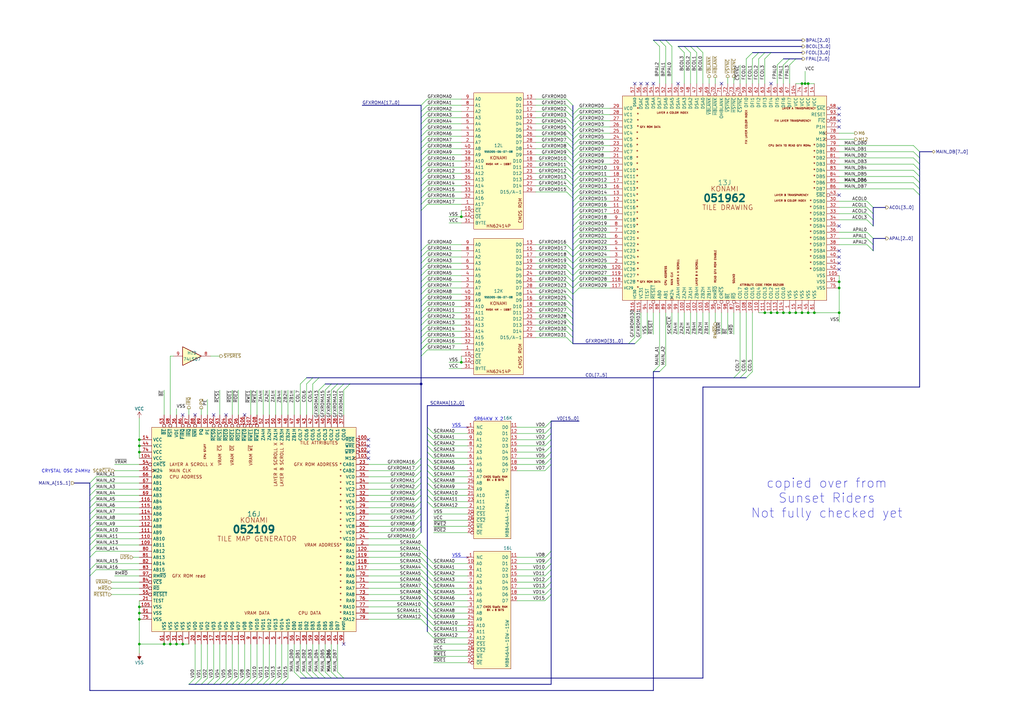
<source format=kicad_sch>
(kicad_sch (version 20231120) (generator "eeschema") (generator_version "8.0")
  (paper "A3")
  (title_block (date "2025-06-21") (company "JOTEGO"))
  (junction (at 331.47 34.29))
  (junction (at 318.77 128.27))
  (junction (at 172.72 157.48))
  (junction (at 57.15 264.16))
  (junction (at 331.47 128.27))
  (junction (at 57.15 254))
  (junction (at 330.2 34.29))
  (junction (at 57.15 182.88))
  (junction (at 57.15 185.42))
  (junction (at 57.15 248.92))
  (junction (at 344.17 128.27))
  (junction (at 189.23 148.59))
  (junction (at 57.15 180.34))
  (junction (at 69.85 264.16))
  (junction (at 344.17 115.57))
  (junction (at 321.31 128.27))
  (junction (at 328.93 128.27))
  (junction (at 334.01 128.27))
  (junction (at 313.69 128.27))
  (junction (at 74.93 264.16))
  (junction (at 328.93 34.29))
  (junction (at 57.15 251.46))
  (junction (at 72.39 264.16))
  (junction (at 316.23 128.27))
  (junction (at 189.23 88.9))
  (junction (at 326.39 128.27))
  (junction (at 344.17 118.11))
  (junction (at 323.85 128.27))
  (junction (at 67.31 264.16))
  (no_connect (at 92.71 170.18))
  (no_connect (at 260.35 34.29))
  (no_connect (at 80.01 170.18))
  (no_connect (at 278.13 34.29))
  (no_connect (at 87.63 170.18))
  (no_connect (at 344.17 46.99))
  (no_connect (at 344.17 44.45))
  (no_connect (at 344.17 80.01))
  (no_connect (at 344.17 52.07))
  (no_connect (at 344.17 102.87))
  (no_connect (at 151.13 182.88))
  (no_connect (at 344.17 105.41))
  (no_connect (at 295.91 34.29))
  (no_connect (at 344.17 110.49))
  (no_connect (at 344.17 49.53))
  (no_connect (at 140.97 264.16))
  (no_connect (at 316.23 34.29))
  (no_connect (at 344.17 107.95))
  (no_connect (at 344.17 92.71))
  (no_connect (at 265.43 34.29))
  (no_connect (at 262.89 34.29))
  (no_connect (at 151.13 180.34))
  (no_connect (at 267.97 34.29))
  (no_connect (at 74.93 170.18))
  (no_connect (at 151.13 185.42))
  (no_connect (at 151.13 187.96))
  (no_connect (at 100.33 170.18))
  (bus_entry (at 128.27 275.59) (size 2.54 2.54))
  (bus_entry (at 226.06 177.8) (size -2.54 2.54))
  (bus_entry (at 358.14 90.17) (size -2.54 -2.54))
  (bus_entry (at 39.37 213.36) (size -2.54 2.54))
  (bus_entry (at 172.72 130.81) (size 2.54 -2.54))
  (bus_entry (at 358.14 87.63) (size -2.54 -2.54))
  (bus_entry (at 232.41 58.42) (size 2.54 2.54))
  (bus_entry (at 226.06 228.6) (size -2.54 2.54))
  (bus_entry (at 177.8 243.84) (size -2.54 -2.54))
  (bus_entry (at 232.41 63.5) (size 2.54 2.54))
  (bus_entry (at 172.72 248.92) (size 2.54 2.54))
  (bus_entry (at 87.63 280.67) (size 2.54 -2.54))
  (bus_entry (at 175.26 140.97) (size -2.54 2.54))
  (bus_entry (at 318.77 26.67) (size 2.54 -2.54))
  (bus_entry (at 177.8 185.42) (size -2.54 -2.54))
  (bus_entry (at 170.18 215.9) (size 2.54 -2.54))
  (bus_entry (at 237.49 46.99) (size -2.54 2.54))
  (bus_entry (at 170.18 193.04) (size 2.54 -2.54))
  (bus_entry (at 177.8 198.12) (size -2.54 -2.54))
  (bus_entry (at 172.72 73.66) (size 2.54 -2.54))
  (bus_entry (at 177.8 256.54) (size -2.54 -2.54))
  (bus_entry (at 135.89 275.59) (size 2.54 2.54))
  (bus_entry (at 177.8 190.5) (size -2.54 -2.54))
  (bus_entry (at 237.49 62.23) (size -2.54 2.54))
  (bus_entry (at 237.49 72.39) (size -2.54 2.54))
  (bus_entry (at 232.41 138.43) (size 2.54 2.54))
  (bus_entry (at 175.26 125.73) (size -2.54 2.54))
  (bus_entry (at 237.49 69.85) (size -2.54 2.54))
  (bus_entry (at 226.06 190.5) (size -2.54 2.54))
  (bus_entry (at 175.26 81.28) (size -2.54 2.54))
  (bus_entry (at 306.07 152.4) (size -2.54 2.54))
  (bus_entry (at 232.41 45.72) (size 2.54 2.54))
  (bus_entry (at 226.06 226.06) (size -2.54 2.54))
  (bus_entry (at 177.8 208.28) (size -2.54 -2.54))
  (bus_entry (at 172.72 223.52) (size 2.54 2.54))
  (bus_entry (at 39.37 208.28) (size -2.54 2.54))
  (bus_entry (at 105.41 280.67) (size 2.54 -2.54))
  (bus_entry (at 177.8 187.96) (size -2.54 -2.54))
  (bus_entry (at 39.37 231.14) (size -2.54 2.54))
  (bus_entry (at 283.21 21.59) (size -2.54 -2.54))
  (bus_entry (at 39.37 223.52) (size -2.54 2.54))
  (bus_entry (at 175.26 110.49) (size -2.54 2.54))
  (bus_entry (at 170.18 203.2) (size 2.54 -2.54))
  (bus_entry (at 177.8 241.3) (size -2.54 -2.54))
  (bus_entry (at 321.31 26.67) (size 2.54 -2.54))
  (bus_entry (at 177.8 180.34) (size -2.54 -2.54))
  (bus_entry (at 107.95 280.67) (size 2.54 -2.54))
  (bus_entry (at 232.41 60.96) (size 2.54 2.54))
  (bus_entry (at 374.65 74.93) (size 2.54 2.54))
  (bus_entry (at 358.14 102.87) (size -2.54 -2.54))
  (bus_entry (at 135.89 160.02) (size 2.54 -2.54))
  (bus_entry (at 170.18 190.5) (size 2.54 -2.54))
  (bus_entry (at 39.37 226.06) (size -2.54 2.54))
  (bus_entry (at 237.49 105.41) (size -2.54 2.54))
  (bus_entry (at 237.49 118.11) (size -2.54 2.54))
  (bus_entry (at 172.72 236.22) (size 2.54 2.54))
  (bus_entry (at 311.15 24.13) (size 2.54 -2.54))
  (bus_entry (at 177.8 246.38) (size -2.54 -2.54))
  (bus_entry (at 175.26 105.41) (size -2.54 2.54))
  (bus_entry (at 285.75 21.59) (size -2.54 -2.54))
  (bus_entry (at 177.8 261.62) (size -2.54 -2.54))
  (bus_entry (at 177.8 248.92) (size -2.54 -2.54))
  (bus_entry (at 177.8 193.04) (size -2.54 -2.54))
  (bus_entry (at 175.26 48.26) (size -2.54 2.54))
  (bus_entry (at 170.18 208.28) (size 2.54 -2.54))
  (bus_entry (at 232.41 110.49) (size 2.54 2.54))
  (bus_entry (at 172.72 241.3) (size 2.54 2.54))
  (bus_entry (at 172.72 228.6) (size 2.54 2.54))
  (bus_entry (at 125.73 154.94) (size -2.54 2.54))
  (bus_entry (at 39.37 218.44) (size -2.54 2.54))
  (bus_entry (at 374.65 77.47) (size 2.54 2.54))
  (bus_entry (at 177.8 251.46) (size -2.54 -2.54))
  (bus_entry (at 85.09 280.67) (size 2.54 -2.54))
  (bus_entry (at 232.41 55.88) (size 2.54 2.54))
  (bus_entry (at 92.71 280.67) (size 2.54 -2.54))
  (bus_entry (at 102.87 280.67) (size 2.54 -2.54))
  (bus_entry (at 306.07 24.13) (size 2.54 -2.54))
  (bus_entry (at 374.65 72.39) (size 2.54 2.54))
  (bus_entry (at 374.65 62.23) (size 2.54 2.54))
  (bus_entry (at 175.26 83.82) (size -2.54 2.54))
  (bus_entry (at 175.26 60.96) (size -2.54 2.54))
  (bus_entry (at 232.41 66.04) (size 2.54 2.54))
  (bus_entry (at 177.8 236.22) (size -2.54 -2.54))
  (bus_entry (at 374.65 64.77) (size 2.54 2.54))
  (bus_entry (at 232.41 71.12) (size 2.54 2.54))
  (bus_entry (at 172.72 78.74) (size 2.54 -2.54))
  (bus_entry (at 172.72 246.38) (size 2.54 2.54))
  (bus_entry (at 175.26 100.33) (size -2.54 2.54))
  (bus_entry (at 237.49 95.25) (size -2.54 2.54))
  (bus_entry (at 232.41 53.34) (size 2.54 2.54))
  (bus_entry (at 172.72 133.35) (size 2.54 -2.54))
  (bus_entry (at 226.06 182.88) (size -2.54 2.54))
  (bus_entry (at 172.72 138.43) (size 2.54 -2.54))
  (bus_entry (at 308.61 24.13) (size 2.54 -2.54))
  (bus_entry (at 270.51 152.4) (size 2.54 -2.54))
  (bus_entry (at 374.65 67.31) (size 2.54 2.54))
  (bus_entry (at 175.26 143.51) (size -2.54 2.54))
  (bus_entry (at 358.14 100.33) (size -2.54 -2.54))
  (bus_entry (at 39.37 215.9) (size -2.54 2.54))
  (bus_entry (at 175.26 58.42) (size -2.54 2.54))
  (bus_entry (at 237.49 107.95) (size -2.54 2.54))
  (bus_entry (at 172.72 226.06) (size 2.54 2.54))
  (bus_entry (at 237.49 102.87) (size -2.54 2.54))
  (bus_entry (at 170.18 213.36) (size 2.54 -2.54))
  (bus_entry (at 237.49 100.33) (size -2.54 2.54))
  (bus_entry (at 100.33 280.67) (size 2.54 -2.54))
  (bus_entry (at 177.8 177.8) (size -2.54 -2.54))
  (bus_entry (at 270.51 19.05) (size -2.54 -2.54))
  (bus_entry (at 175.26 102.87) (size -2.54 2.54))
  (bus_entry (at 39.37 233.68) (size -2.54 2.54))
  (bus_entry (at 275.59 19.05) (size -2.54 -2.54))
  (bus_entry (at 39.37 195.58) (size -2.54 2.54))
  (bus_entry (at 177.8 231.14) (size -2.54 -2.54))
  (bus_entry (at 280.67 21.59) (size -2.54 -2.54))
  (bus_entry (at 232.41 40.64) (size 2.54 2.54))
  (bus_entry (at 237.49 59.69) (size -2.54 2.54))
  (bus_entry (at 232.41 107.95) (size 2.54 2.54))
  (bus_entry (at 237.49 67.31) (size -2.54 2.54))
  (bus_entry (at 308.61 152.4) (size -2.54 2.54))
  (bus_entry (at 172.72 231.14) (size 2.54 2.54))
  (bus_entry (at 226.06 172.72) (size -2.54 2.54))
  (bus_entry (at 237.49 74.93) (size -2.54 2.54))
  (bus_entry (at 175.26 55.88) (size -2.54 2.54))
  (bus_entry (at 95.25 280.67) (size 2.54 -2.54))
  (bus_entry (at 237.49 90.17) (size -2.54 2.54))
  (bus_entry (at 323.85 26.67) (size 2.54 -2.54))
  (bus_entry (at 177.8 200.66) (size -2.54 -2.54))
  (bus_entry (at 226.06 180.34) (size -2.54 2.54))
  (bus_entry (at 226.06 241.3) (size -2.54 2.54))
  (bus_entry (at 232.41 100.33) (size 2.54 2.54))
  (bus_entry (at 226.06 231.14) (size -2.54 2.54))
  (bus_entry (at 177.8 195.58) (size -2.54 -2.54))
  (bus_entry (at 175.26 66.04) (size -2.54 2.54))
  (bus_entry (at 175.26 50.8) (size -2.54 2.54))
  (bus_entry (at 170.18 198.12) (size 2.54 -2.54))
  (bus_entry (at 177.8 205.74) (size -2.54 -2.54))
  (bus_entry (at 232.41 130.81) (size 2.54 2.54))
  (bus_entry (at 39.37 200.66) (size -2.54 2.54))
  (bus_entry (at 39.37 210.82) (size -2.54 2.54))
  (bus_entry (at 358.14 97.79) (size -2.54 -2.54))
  (bus_entry (at 177.8 203.2) (size -2.54 -2.54))
  (bus_entry (at 226.06 236.22) (size -2.54 2.54))
  (bus_entry (at 123.19 275.59) (size 2.54 2.54))
  (bus_entry (at 232.41 128.27) (size 2.54 2.54))
  (bus_entry (at 90.17 280.67) (size 2.54 -2.54))
  (bus_entry (at 77.47 280.67) (size 2.54 -2.54))
  (bus_entry (at 135.89 157.48) (size -2.54 2.54))
  (bus_entry (at 175.26 115.57) (size -2.54 2.54))
  (bus_entry (at 138.43 275.59) (size 2.54 2.54))
  (bus_entry (at 232.41 133.35) (size 2.54 2.54))
  (bus_entry (at 170.18 220.98) (size 2.54 -2.54))
  (bus_entry (at 237.49 87.63) (size -2.54 2.54))
  (bus_entry (at 177.8 233.68) (size -2.54 -2.54))
  (bus_entry (at 110.49 280.67) (size 2.54 -2.54))
  (bus_entry (at 39.37 198.12) (size -2.54 2.54))
  (bus_entry (at 175.26 120.65) (size -2.54 2.54))
  (bus_entry (at 232.41 120.65) (size 2.54 2.54))
  (bus_entry (at 170.18 200.66) (size 2.54 -2.54))
  (bus_entry (at 237.49 110.49) (size -2.54 2.54))
  (bus_entry (at 97.79 280.67) (size 2.54 -2.54))
  (bus_entry (at 172.72 243.84) (size 2.54 2.54))
  (bus_entry (at 170.18 195.58) (size 2.54 -2.54))
  (bus_entry (at 39.37 205.74) (size -2.54 2.54))
  (bus_entry (at 237.49 49.53) (size -2.54 2.54))
  (bus_entry (at 172.72 251.46) (size 2.54 2.54))
  (bus_entry (at 226.06 185.42) (size -2.54 2.54))
  (bus_entry (at 232.41 123.19) (size 2.54 2.54))
  (bus_entry (at 237.49 64.77) (size -2.54 2.54))
  (bus_entry (at 175.26 40.64) (size -2.54 2.54))
  (bus_entry (at 232.41 125.73) (size 2.54 2.54))
  (bus_entry (at 232.41 113.03) (size 2.54 2.54))
  (bus_entry (at 143.51 157.48) (size -2.54 2.54))
  (bus_entry (at 172.72 143.51) (size 2.54 -2.54))
  (bus_entry (at 133.35 157.48) (size -2.54 2.54))
  (bus_entry (at 300.99 154.94) (size 2.54 -2.54))
  (bus_entry (at 172.72 140.97) (size 2.54 -2.54))
  (bus_entry (at 172.72 238.76) (size 2.54 2.54))
  (bus_entry (at 232.41 135.89) (size 2.54 2.54))
  (bus_entry (at 113.03 280.67) (size 2.54 -2.54))
  (bus_entry (at 120.65 275.59) (size 2.54 2.54))
  (bus_entry (at 170.18 218.44) (size 2.54 -2.54))
  (bus_entry (at 232.41 73.66) (size 2.54 2.54))
  (bus_entry (at 260.35 138.43) (size -2.54 2.54))
  (bus_entry (at 237.49 57.15) (size -2.54 2.54))
  (bus_entry (at 226.06 233.68) (size -2.54 2.54))
  (bus_entry (at 133.35 275.59) (size 2.54 2.54))
  (bus_entry (at 237.49 113.03) (size -2.54 2.54))
  (bus_entry (at 175.26 123.19) (size -2.54 2.54))
  (bus_entry (at 237.49 77.47) (size -2.54 2.54))
  (bus_entry (at 170.18 210.82) (size 2.54 -2.54))
  (bus_entry (at 237.49 52.07) (size -2.54 2.54))
  (bus_entry (at 237.49 85.09) (size -2.54 2.54))
  (bus_entry (at 125.73 275.59) (size 2.54 2.54))
  (bus_entry (at 130.81 154.94) (size -2.54 2.54))
  (bus_entry (at 237.49 82.55) (size -2.54 2.54))
  (bus_entry (at 177.8 259.08) (size -2.54 -2.54))
  (bus_entry (at 232.41 102.87) (size 2.54 2.54))
  (bus_entry (at 237.49 54.61) (size -2.54 2.54))
  (bus_entry (at 226.06 187.96) (size -2.54 2.54))
  (bus_entry (at 232.41 43.18) (size 2.54 2.54))
  (bus_entry (at 232.41 115.57) (size 2.54 2.54))
  (bus_entry (at 237.49 44.45) (size -2.54 2.54))
  (bus_entry (at 172.72 233.68) (size 2.54 2.54))
  (bus_entry (at 172.72 81.28) (size 2.54 -2.54))
  (bus_entry (at 237.49 92.71) (size -2.54 2.54))
  (bus_entry (at 177.8 254) (size -2.54 -2.54))
  (bus_entry (at 232.41 48.26) (size 2.54 2.54))
  (bus_entry (at 138.43 160.02) (size 2.54 -2.54))
  (bus_entry (at 273.05 19.05) (size -2.54 -2.54))
  (bus_entry (at 130.81 275.59) (size 2.54 2.54))
  (bus_entry (at 175.26 43.18) (size -2.54 2.54))
  (bus_entry (at 237.49 80.01) (size -2.54 2.54))
  (bus_entry (at 82.55 280.67) (size 2.54 -2.54))
  (bus_entry (at 172.72 254) (size 2.54 2.54))
  (bus_entry (at 175.26 107.95) (size -2.54 2.54))
  (bus_entry (at 232.41 68.58) (size 2.54 2.54))
  (bus_entry (at 175.26 113.03) (size -2.54 2.54))
  (bus_entry (at 177.8 182.88) (size -2.54 -2.54))
  (bus_entry (at 177.8 238.76) (size -2.54 -2.54))
  (bus_entry (at 39.37 220.98) (size -2.54 2.54))
  (bus_entry (at 358.14 92.71) (size -2.54 -2.54))
  (bus_entry (at 115.57 280.67) (size 2.54 -2.54))
  (bus_entry (at 175.26 53.34) (size -2.54 2.54))
  (bus_entry (at 232.41 76.2) (size 2.54 2.54))
  (bus_entry (at 226.06 238.76) (size -2.54 2.54))
  (bus_entry (at 172.72 135.89) (size 2.54 -2.54))
  (bus_entry (at 313.69 24.13) (size 2.54 -2.54))
  (bus_entry (at 80.01 280.67) (size 2.54 -2.54))
  (bus_entry (at 175.26 118.11) (size -2.54 2.54))
  (bus_entry (at 175.26 45.72) (size -2.54 2.54))
  (bus_entry (at 172.72 76.2) (size 2.54 -2.54))
  (bus_entry (at 232.41 118.11) (size 2.54 2.54))
  (bus_entry (at 262.89 138.43) (size -2.54 2.54))
  (bus_entry (at 288.29 21.59) (size -2.54 -2.54))
  (bus_entry (at 267.97 152.4) (size 2.54 -2.54))
  (bus_entry (at 237.49 97.79) (size -2.54 2.54))
  (bus_entry (at 226.06 175.26) (size -2.54 2.54))
  (bus_entry (at 358.14 85.09) (size -2.54 -2.54))
  (bus_entry (at 237.49 115.57) (size -2.54 2.54))
  (bus_entry (at 172.72 71.12) (size 2.54 -2.54))
  (bus_entry (at 374.65 69.85) (size 2.54 2.54))
  (bus_entry (at 39.37 203.2) (size -2.54 2.54))
  (bus_entry (at 226.06 243.84) (size -2.54 2.54))
  (bus_entry (at 175.26 63.5) (size -2.54 2.54))
  (bus_entry (at 232.41 78.74) (size 2.54 2.54))
  (bus_entry (at 232.41 105.41) (size 2.54 2.54))
  (bus_entry (at 232.41 50.8) (size 2.54 2.54))
  (bus_entry (at 128.27 154.94) (size -2.54 2.54))
  (bus_entry (at 170.18 205.74) (size 2.54 -2.54))
  (bus_entry (at 374.65 59.69) (size 2.54 2.54))
  (wire (pts (xy 175.26 128.27) (xy 189.23 128.27)))
  (bus (pts (xy 172.72 68.58) (xy 172.72 71.12)))
  (bus (pts (xy 234.95 110.49) (xy 234.95 113.03)))
  (bus (pts (xy 172.72 215.9) (xy 172.72 218.44)))
  (wire (pts (xy 219.71 53.34) (xy 232.41 53.34)))
  (wire (pts (xy 107.95 264.16) (xy 107.95 278.13)))
  (wire (pts (xy 177.8 177.8) (xy 191.77 177.8)))
  (wire (pts (xy 177.8 241.3) (xy 191.77 241.3)))
  (wire (pts (xy 328.93 34.29) (xy 330.2 34.29)))
  (wire (pts (xy 72.39 264.16) (xy 69.85 264.16)))
  (bus (pts (xy 175.26 238.76) (xy 175.26 241.3)))
  (wire (pts (xy 250.19 64.77) (xy 237.49 64.77)))
  (wire (pts (xy 92.71 264.16) (xy 92.71 278.13)))
  (wire (pts (xy 100.33 264.16) (xy 100.33 278.13)))
  (wire (pts (xy 39.37 198.12) (xy 57.15 198.12)))
  (wire (pts (xy 115.57 264.16) (xy 115.57 278.13)))
  (bus (pts (xy 175.26 233.68) (xy 175.26 236.22)))
  (bus (pts (xy 175.26 200.66) (xy 175.26 203.2)))
  (wire (pts (xy 175.26 107.95) (xy 189.23 107.95)))
  (wire (pts (xy 219.71 73.66) (xy 232.41 73.66)))
  (wire (pts (xy 212.09 231.14) (xy 223.52 231.14)))
  (bus (pts (xy 172.72 53.34) (xy 172.72 55.88)))
  (wire (pts (xy 67.31 264.16) (xy 57.15 264.16)))
  (bus (pts (xy 172.72 50.8) (xy 172.72 53.34)))
  (wire (pts (xy 128.27 157.48) (xy 128.27 170.18)))
  (wire (pts (xy 175.26 83.82) (xy 189.23 83.82)))
  (bus (pts (xy 80.01 280.67) (xy 82.55 280.67)))
  (wire (pts (xy 175.26 123.19) (xy 189.23 123.19)))
  (bus (pts (xy 175.26 243.84) (xy 175.26 246.38)))
  (wire (pts (xy 184.15 151.13) (xy 189.23 151.13)))
  (bus (pts (xy 234.95 73.66) (xy 234.95 74.93)))
  (bus (pts (xy 234.95 76.2) (xy 234.95 77.47)))
  (wire (pts (xy 46.99 236.22) (xy 57.15 236.22)))
  (bus (pts (xy 36.83 220.98) (xy 36.83 218.44)))
  (bus (pts (xy 172.72 205.74) (xy 172.72 208.28)))
  (wire (pts (xy 250.19 74.93) (xy 237.49 74.93)))
  (wire (pts (xy 262.89 128.27) (xy 262.89 138.43)))
  (wire (pts (xy 39.37 200.66) (xy 57.15 200.66)))
  (wire (pts (xy 350.52 54.61) (xy 344.17 54.61)))
  (wire (pts (xy 219.71 66.04) (xy 232.41 66.04)))
  (wire (pts (xy 290.83 34.29) (xy 290.83 31.75)))
  (bus (pts (xy 172.72 63.5) (xy 172.72 66.04)))
  (wire (pts (xy 151.13 236.22) (xy 172.72 236.22)))
  (wire (pts (xy 275.59 128.27) (xy 275.59 137.16)))
  (wire (pts (xy 175.26 110.49) (xy 189.23 110.49)))
  (bus (pts (xy 115.57 280.67) (xy 226.06 280.67)))
  (wire (pts (xy 177.8 213.36) (xy 191.77 213.36)))
  (wire (pts (xy 105.41 170.18) (xy 105.41 160.02)))
  (bus (pts (xy 172.72 118.11) (xy 172.72 120.65)))
  (bus (pts (xy 234.95 81.28) (xy 234.95 82.55)))
  (bus (pts (xy 175.26 254) (xy 175.26 256.54)))
  (wire (pts (xy 151.13 210.82) (xy 170.18 210.82)))
  (wire (pts (xy 250.19 67.31) (xy 237.49 67.31)))
  (wire (pts (xy 250.19 87.63) (xy 237.49 87.63)))
  (wire (pts (xy 71.12 146.05) (xy 69.85 146.05)))
  (wire (pts (xy 175.26 120.65) (xy 189.23 120.65)))
  (wire (pts (xy 151.13 208.28) (xy 170.18 208.28)))
  (bus (pts (xy 226.06 228.6) (xy 226.06 231.14)))
  (wire (pts (xy 212.09 187.96) (xy 223.52 187.96)))
  (polyline (pts (xy 185.42 175.26) (xy 191.77 175.26)) (stroke (width 0) (type solid)))
  (wire (pts (xy 334.01 128.27) (xy 331.47 128.27)))
  (wire (pts (xy 123.19 157.48) (xy 123.19 170.18)))
  (bus (pts (xy 311.15 21.59) (xy 313.69 21.59)))
  (bus (pts (xy 283.21 19.05) (xy 285.75 19.05)))
  (bus (pts (xy 172.72 138.43) (xy 172.72 140.97)))
  (wire (pts (xy 250.19 113.03) (xy 237.49 113.03)))
  (bus (pts (xy 36.83 228.6) (xy 36.83 226.06)))
  (wire (pts (xy 326.39 34.29) (xy 328.93 34.29)))
  (wire (pts (xy 39.37 223.52) (xy 57.15 223.52)))
  (bus (pts (xy 140.97 157.48) (xy 143.51 157.48)))
  (wire (pts (xy 177.8 266.7) (xy 191.77 266.7)))
  (bus (pts (xy 323.85 24.13) (xy 326.39 24.13)))
  (wire (pts (xy 175.26 135.89) (xy 189.23 135.89)))
  (wire (pts (xy 250.19 118.11) (xy 237.49 118.11)))
  (wire (pts (xy 39.37 226.06) (xy 57.15 226.06)))
  (bus (pts (xy 36.83 208.28) (xy 36.83 205.74)))
  (bus (pts (xy 234.95 68.58) (xy 234.95 69.85)))
  (wire (pts (xy 212.09 228.6) (xy 223.52 228.6)))
  (wire (pts (xy 270.51 34.29) (xy 270.51 19.05)))
  (wire (pts (xy 128.27 264.16) (xy 128.27 275.59)))
  (wire (pts (xy 212.09 238.76) (xy 223.52 238.76)))
  (wire (pts (xy 288.29 34.29) (xy 288.29 21.59)))
  (wire (pts (xy 118.11 264.16) (xy 118.11 278.13)))
  (bus (pts (xy 234.95 138.43) (xy 234.95 140.97)))
  (wire (pts (xy 250.19 69.85) (xy 237.49 69.85)))
  (bus (pts (xy 226.06 185.42) (xy 226.06 187.96)))
  (wire (pts (xy 57.15 248.92) (xy 57.15 251.46)))
  (bus (pts (xy 234.95 45.72) (xy 234.95 46.99)))
  (wire (pts (xy 344.17 69.85) (xy 374.65 69.85)))
  (bus (pts (xy 377.19 74.93) (xy 377.19 77.47)))
  (bus (pts (xy 377.19 64.77) (xy 377.19 67.31)))
  (wire (pts (xy 311.15 24.13) (xy 311.15 34.29)))
  (bus (pts (xy 175.26 180.34) (xy 175.26 182.88)))
  (wire (pts (xy 39.37 233.68) (xy 57.15 233.68)))
  (bus (pts (xy 226.06 182.88) (xy 226.06 185.42)))
  (wire (pts (xy 80.01 264.16) (xy 80.01 278.13)))
  (wire (pts (xy 138.43 160.02) (xy 138.43 170.18)))
  (bus (pts (xy 234.95 59.69) (xy 234.95 60.96)))
  (bus (pts (xy 234.95 72.39) (xy 234.95 73.66)))
  (wire (pts (xy 138.43 264.16) (xy 138.43 275.59)))
  (wire (pts (xy 135.89 264.16) (xy 135.89 275.59)))
  (wire (pts (xy 175.26 140.97) (xy 189.23 140.97)))
  (wire (pts (xy 113.03 264.16) (xy 113.03 278.13)))
  (wire (pts (xy 280.67 128.27) (xy 280.67 137.16)))
  (bus (pts (xy 175.26 248.92) (xy 175.26 251.46)))
  (wire (pts (xy 184.15 91.44) (xy 189.23 91.44)))
  (bus (pts (xy 130.81 278.13) (xy 133.35 278.13)))
  (wire (pts (xy 177.8 251.46) (xy 191.77 251.46)))
  (bus (pts (xy 363.22 97.79) (xy 358.14 97.79)))
  (wire (pts (xy 212.09 243.84) (xy 223.52 243.84)))
  (bus (pts (xy 257.81 140.97) (xy 260.35 140.97)))
  (bus (pts (xy 77.47 280.67) (xy 80.01 280.67)))
  (bus (pts (xy 125.73 278.13) (xy 128.27 278.13)))
  (wire (pts (xy 175.26 76.2) (xy 189.23 76.2)))
  (bus (pts (xy 172.72 110.49) (xy 172.72 113.03)))
  (wire (pts (xy 250.19 95.25) (xy 237.49 95.25)))
  (bus (pts (xy 175.26 187.96) (xy 175.26 190.5)))
  (wire (pts (xy 212.09 182.88) (xy 223.52 182.88)))
  (wire (pts (xy 57.15 180.34) (xy 57.15 182.88)))
  (bus (pts (xy 95.25 280.67) (xy 97.79 280.67)))
  (bus (pts (xy 234.95 78.74) (xy 234.95 80.01)))
  (wire (pts (xy 250.19 100.33) (xy 237.49 100.33)))
  (wire (pts (xy 177.8 210.82) (xy 191.77 210.82)))
  (bus (pts (xy 234.95 87.63) (xy 234.95 90.17)))
  (wire (pts (xy 151.13 215.9) (xy 170.18 215.9)))
  (wire (pts (xy 57.15 193.04) (xy 46.99 193.04)))
  (wire (pts (xy 57.15 264.16) (xy 57.15 267.97)))
  (bus (pts (xy 234.95 60.96) (xy 234.95 62.23)))
  (wire (pts (xy 250.19 54.61) (xy 237.49 54.61)))
  (wire (pts (xy 223.52 246.38) (xy 212.09 246.38)))
  (bus (pts (xy 172.72 210.82) (xy 172.72 213.36)))
  (wire (pts (xy 298.45 31.75) (xy 298.45 34.29)))
  (bus (pts (xy 175.26 205.74) (xy 175.26 226.06)))
  (wire (pts (xy 250.19 72.39) (xy 237.49 72.39)))
  (bus (pts (xy 175.26 182.88) (xy 175.26 185.42)))
  (bus (pts (xy 316.23 21.59) (xy 328.93 21.59)))
  (bus (pts (xy 175.26 241.3) (xy 175.26 243.84)))
  (bus (pts (xy 234.95 92.71) (xy 234.95 95.25)))
  (wire (pts (xy 39.37 210.82) (xy 57.15 210.82)))
  (bus (pts (xy 172.72 120.65) (xy 172.72 123.19)))
  (bus (pts (xy 234.95 52.07) (xy 234.95 53.34)))
  (wire (pts (xy 97.79 264.16) (xy 97.79 278.13)))
  (bus (pts (xy 226.06 172.72) (xy 237.49 172.72)))
  (wire (pts (xy 74.93 264.16) (xy 72.39 264.16)))
  (bus (pts (xy 234.95 64.77) (xy 234.95 66.04)))
  (bus (pts (xy 358.14 100.33) (xy 358.14 102.87)))
  (bus (pts (xy 172.72 86.36) (xy 172.72 102.87)))
  (wire (pts (xy 331.47 34.29) (xy 334.01 34.29)))
  (bus (pts (xy 138.43 157.48) (xy 140.97 157.48)))
  (bus (pts (xy 97.79 280.67) (xy 100.33 280.67)))
  (bus (pts (xy 285.75 19.05) (xy 328.93 19.05)))
  (wire (pts (xy 344.17 128.27) (xy 334.01 128.27)))
  (wire (pts (xy 57.15 251.46) (xy 57.15 254)))
  (wire (pts (xy 219.71 130.81) (xy 232.41 130.81)))
  (wire (pts (xy 250.19 46.99) (xy 237.49 46.99)))
  (bus (pts (xy 234.95 49.53) (xy 234.95 50.8)))
  (bus (pts (xy 172.72 135.89) (xy 172.72 138.43)))
  (wire (pts (xy 219.71 115.57) (xy 232.41 115.57)))
  (bus (pts (xy 377.19 77.47) (xy 377.19 80.01)))
  (wire (pts (xy 219.71 68.58) (xy 232.41 68.58)))
  (bus (pts (xy 87.63 280.67) (xy 90.17 280.67)))
  (bus (pts (xy 175.26 175.26) (xy 175.26 177.8)))
  (bus (pts (xy 226.06 231.14) (xy 226.06 233.68)))
  (bus (pts (xy 113.03 280.67) (xy 115.57 280.67)))
  (bus (pts (xy 175.26 177.8) (xy 175.26 180.34)))
  (bus (pts (xy 288.29 278.13) (xy 140.97 278.13)))
  (bus (pts (xy 172.72 203.2) (xy 172.72 205.74)))
  (bus (pts (xy 175.26 228.6) (xy 175.26 231.14)))
  (bus (pts (xy 36.83 226.06) (xy 36.83 223.52)))
  (wire (pts (xy 344.17 72.39) (xy 374.65 72.39)))
  (wire (pts (xy 177.8 195.58) (xy 191.77 195.58)))
  (wire (pts (xy 151.13 198.12) (xy 170.18 198.12)))
  (wire (pts (xy 90.17 264.16) (xy 90.17 278.13)))
  (bus (pts (xy 30.48 198.12) (xy 36.83 198.12)))
  (bus (pts (xy 135.89 157.48) (xy 138.43 157.48)))
  (wire (pts (xy 57.15 185.42) (xy 57.15 187.96)))
  (bus (pts (xy 172.72 105.41) (xy 172.72 107.95)))
  (wire (pts (xy 102.87 170.18) (xy 102.87 160.02)))
  (wire (pts (xy 151.13 254) (xy 172.72 254)))
  (wire (pts (xy 330.2 34.29) (xy 331.47 34.29)))
  (wire (pts (xy 250.19 59.69) (xy 237.49 59.69)))
  (bus (pts (xy 234.95 80.01) (xy 234.95 81.28)))
  (wire (pts (xy 250.19 90.17) (xy 237.49 90.17)))
  (wire (pts (xy 250.19 102.87) (xy 237.49 102.87)))
  (bus (pts (xy 234.95 105.41) (xy 234.95 107.95)))
  (wire (pts (xy 177.8 215.9) (xy 191.77 215.9)))
  (wire (pts (xy 212.09 233.68) (xy 223.52 233.68)))
  (wire (pts (xy 175.26 66.04) (xy 189.23 66.04)))
  (wire (pts (xy 219.71 78.74) (xy 232.41 78.74)))
  (bus (pts (xy 234.95 130.81) (xy 234.95 133.35)))
  (bus (pts (xy 90.17 280.67) (xy 92.71 280.67)))
  (bus (pts (xy 234.95 62.23) (xy 234.95 63.5)))
  (wire (pts (xy 177.8 259.08) (xy 191.77 259.08)))
  (wire (pts (xy 219.71 58.42) (xy 232.41 58.42)))
  (bus (pts (xy 377.19 72.39) (xy 377.19 74.93)))
  (bus (pts (xy 107.95 280.67) (xy 110.49 280.67)))
  (wire (pts (xy 57.15 254) (xy 57.15 264.16)))
  (wire (pts (xy 177.8 261.62) (xy 191.77 261.62)))
  (wire (pts (xy 283.21 34.29) (xy 283.21 21.59)))
  (wire (pts (xy 212.09 185.42) (xy 223.52 185.42)))
  (wire (pts (xy 344.17 74.93) (xy 374.65 74.93)))
  (wire (pts (xy 151.13 205.74) (xy 170.18 205.74)))
  (wire (pts (xy 250.19 49.53) (xy 237.49 49.53)))
  (bus (pts (xy 226.06 241.3) (xy 226.06 243.84)))
  (wire (pts (xy 177.8 264.16) (xy 191.77 264.16)))
  (wire (pts (xy 250.19 52.07) (xy 237.49 52.07)))
  (wire (pts (xy 344.17 95.25) (xy 355.6 95.25)))
  (wire (pts (xy 344.17 59.69) (xy 374.65 59.69)))
  (wire (pts (xy 313.69 128.27) (xy 316.23 128.27)))
  (wire (pts (xy 97.79 160.02) (xy 97.79 170.18)))
  (wire (pts (xy 219.71 113.03) (xy 232.41 113.03)))
  (bus (pts (xy 172.72 76.2) (xy 172.72 78.74)))
  (wire (pts (xy 250.19 92.71) (xy 237.49 92.71)))
  (wire (pts (xy 189.23 146.05) (xy 189.23 148.59)))
  (bus (pts (xy 143.51 157.48) (xy 172.72 157.48)))
  (wire (pts (xy 308.61 128.27) (xy 308.61 152.4)))
  (wire (pts (xy 45.72 241.3) (xy 57.15 241.3)))
  (wire (pts (xy 175.26 50.8) (xy 189.23 50.8)))
  (wire (pts (xy 175.26 133.35) (xy 189.23 133.35)))
  (wire (pts (xy 177.8 208.28) (xy 191.77 208.28)))
  (wire (pts (xy 275.59 34.29) (xy 275.59 19.05)))
  (wire (pts (xy 151.13 228.6) (xy 172.72 228.6)))
  (bus (pts (xy 267.97 283.21) (xy 267.97 152.4)))
  (wire (pts (xy 278.13 128.27) (xy 278.13 137.16)))
  (bus (pts (xy 130.81 154.94) (xy 300.99 154.94)))
  (wire (pts (xy 344.17 67.31) (xy 374.65 67.31)))
  (wire (pts (xy 212.09 177.8) (xy 223.52 177.8)))
  (bus (pts (xy 36.83 200.66) (xy 36.83 198.12)))
  (wire (pts (xy 175.26 55.88) (xy 189.23 55.88)))
  (wire (pts (xy 219.71 133.35) (xy 232.41 133.35)))
  (bus (pts (xy 175.26 251.46) (xy 175.26 254)))
  (wire (pts (xy 177.8 269.24) (xy 191.77 269.24)))
  (bus (pts (xy 234.95 48.26) (xy 234.95 49.53)))
  (wire (pts (xy 175.26 45.72) (xy 189.23 45.72)))
  (bus (pts (xy 36.83 236.22) (xy 36.83 233.68)))
  (wire (pts (xy 67.31 160.02) (xy 67.31 170.18)))
  (wire (pts (xy 72.39 167.64) (xy 72.39 170.18)))
  (wire (pts (xy 219.71 60.96) (xy 232.41 60.96)))
  (bus (pts (xy 172.72 213.36) (xy 172.72 215.9)))
  (wire (pts (xy 102.87 264.16) (xy 102.87 278.13)))
  (bus (pts (xy 172.72 208.28) (xy 172.72 210.82)))
  (wire (pts (xy 311.15 128.27) (xy 313.69 128.27)))
  (wire (pts (xy 250.19 85.09) (xy 237.49 85.09)))
  (bus (pts (xy 234.95 90.17) (xy 234.95 92.71)))
  (wire (pts (xy 151.13 213.36) (xy 170.18 213.36)))
  (wire (pts (xy 219.71 45.72) (xy 232.41 45.72)))
  (wire (pts (xy 69.85 146.05) (xy 69.85 170.18)))
  (wire (pts (xy 344.17 64.77) (xy 374.65 64.77)))
  (wire (pts (xy 177.8 198.12) (xy 191.77 198.12)))
  (bus (pts (xy 128.27 278.13) (xy 130.81 278.13)))
  (bus (pts (xy 234.95 107.95) (xy 234.95 110.49)))
  (bus (pts (xy 36.83 236.22) (xy 36.83 283.21)))
  (wire (pts (xy 175.26 73.66) (xy 189.23 73.66)))
  (bus (pts (xy 172.72 187.96) (xy 172.72 190.5)))
  (bus (pts (xy 226.06 236.22) (xy 226.06 238.76)))
  (wire (pts (xy 177.8 243.84) (xy 191.77 243.84)))
  (bus (pts (xy 172.72 48.26) (xy 172.72 50.8)))
  (wire (pts (xy 300.99 128.27) (xy 300.99 137.16)))
  (bus (pts (xy 172.72 193.04) (xy 172.72 195.58)))
  (bus (pts (xy 280.67 19.05) (xy 283.21 19.05)))
  (bus (pts (xy 377.19 80.01) (xy 377.19 158.75)))
  (wire (pts (xy 303.53 128.27) (xy 303.53 152.4)))
  (wire (pts (xy 175.26 125.73) (xy 189.23 125.73)))
  (wire (pts (xy 39.37 195.58) (xy 57.15 195.58)))
  (wire (pts (xy 219.71 105.41) (xy 232.41 105.41)))
  (wire (pts (xy 219.71 120.65) (xy 232.41 120.65)))
  (wire (pts (xy 219.71 76.2) (xy 232.41 76.2)))
  (polyline (pts (xy 185.42 228.6) (xy 191.77 228.6)) (stroke (width 0) (type solid)))
  (wire (pts (xy 177.8 180.34) (xy 191.77 180.34)))
  (bus (pts (xy 175.26 190.5) (xy 175.26 193.04)))
  (bus (pts (xy 175.26 203.2) (xy 175.26 205.74)))
  (bus (pts (xy 175.26 185.42) (xy 175.26 187.96)))
  (bus (pts (xy 278.13 19.05) (xy 280.67 19.05)))
  (wire (pts (xy 265.43 128.27) (xy 265.43 137.16)))
  (bus (pts (xy 175.26 256.54) (xy 175.26 259.08)))
  (wire (pts (xy 219.71 110.49) (xy 232.41 110.49)))
  (bus (pts (xy 175.26 193.04) (xy 175.26 195.58)))
  (bus (pts (xy 377.19 62.23) (xy 377.19 64.77)))
  (wire (pts (xy 140.97 160.02) (xy 140.97 170.18)))
  (wire (pts (xy 175.26 58.42) (xy 189.23 58.42)))
  (wire (pts (xy 212.09 236.22) (xy 223.52 236.22)))
  (bus (pts (xy 234.95 66.04) (xy 234.95 67.31)))
  (wire (pts (xy 87.63 264.16) (xy 87.63 278.13)))
  (wire (pts (xy 184.15 148.59) (xy 189.23 148.59)))
  (wire (pts (xy 175.26 43.18) (xy 189.23 43.18)))
  (bus (pts (xy 358.14 97.79) (xy 358.14 100.33)))
  (bus (pts (xy 172.72 102.87) (xy 172.72 105.41)))
  (wire (pts (xy 323.85 26.67) (xy 323.85 34.29)))
  (wire (pts (xy 184.15 88.9) (xy 189.23 88.9)))
  (wire (pts (xy 175.26 68.58) (xy 189.23 68.58)))
  (wire (pts (xy 189.23 86.36) (xy 189.23 88.9)))
  (bus (pts (xy 36.83 228.6) (xy 36.83 233.68)))
  (wire (pts (xy 267.97 137.16) (xy 267.97 128.27)))
  (bus (pts (xy 125.73 154.94) (xy 128.27 154.94)))
  (bus (pts (xy 234.95 85.09) (xy 234.95 87.63)))
  (bus (pts (xy 36.83 203.2) (xy 36.83 200.66)))
  (wire (pts (xy 57.15 246.38) (xy 57.15 248.92)))
  (bus (pts (xy 226.06 172.72) (xy 226.06 175.26)))
  (bus (pts (xy 172.72 140.97) (xy 172.72 143.51)))
  (bus (pts (xy 172.72 83.82) (xy 172.72 86.36)))
  (wire (pts (xy 125.73 264.16) (xy 125.73 275.59)))
  (bus (pts (xy 326.39 24.13) (xy 328.93 24.13)))
  (wire (pts (xy 77.47 167.64) (xy 77.47 170.18)))
  (wire (pts (xy 133.35 264.16) (xy 133.35 275.59)))
  (wire (pts (xy 133.35 160.02) (xy 133.35 170.18)))
  (wire (pts (xy 45.72 243.84) (xy 57.15 243.84)))
  (wire (pts (xy 175.26 60.96) (xy 189.23 60.96)))
  (wire (pts (xy 328.93 128.27) (xy 326.39 128.27)))
  (wire (pts (xy 250.19 115.57) (xy 237.49 115.57)))
  (bus (pts (xy 172.72 190.5) (xy 172.72 193.04)))
  (wire (pts (xy 177.8 254) (xy 191.77 254)))
  (wire (pts (xy 293.37 31.75) (xy 293.37 34.29)))
  (bus (pts (xy 172.72 146.05) (xy 172.72 157.48)))
  (wire (pts (xy 344.17 100.33) (xy 355.6 100.33)))
  (wire (pts (xy 285.75 128.27) (xy 285.75 137.16)))
  (bus (pts (xy 36.83 218.44) (xy 36.83 215.9)))
  (bus (pts (xy 321.31 24.13) (xy 323.85 24.13)))
  (wire (pts (xy 107.95 160.02) (xy 107.95 170.18)))
  (bus (pts (xy 175.26 246.38) (xy 175.26 248.92)))
  (wire (pts (xy 85.09 264.16) (xy 85.09 278.13)))
  (wire (pts (xy 39.37 220.98) (xy 57.15 220.98)))
  (bus (pts (xy 172.72 58.42) (xy 172.72 60.96)))
  (wire (pts (xy 57.15 182.88) (xy 57.15 185.42)))
  (bus (pts (xy 172.72 43.18) (xy 148.59 43.18)))
  (bus (pts (xy 358.14 85.09) (xy 363.22 85.09)))
  (bus (pts (xy 175.26 226.06) (xy 175.26 228.6)))
  (bus (pts (xy 234.95 55.88) (xy 234.95 57.15)))
  (wire (pts (xy 298.45 128.27) (xy 298.45 137.16)))
  (bus (pts (xy 135.89 278.13) (xy 138.43 278.13)))
  (bus (pts (xy 234.95 43.18) (xy 234.95 45.72)))
  (bus (pts (xy 382.27 62.23) (xy 377.19 62.23)))
  (bus (pts (xy 172.72 45.72) (xy 172.72 48.26)))
  (wire (pts (xy 300.99 34.29) (xy 300.99 31.75)))
  (bus (pts (xy 175.26 195.58) (xy 175.26 198.12)))
  (bus (pts (xy 273.05 16.51) (xy 328.93 16.51)))
  (wire (pts (xy 250.19 82.55) (xy 237.49 82.55)))
  (wire (pts (xy 175.26 102.87) (xy 189.23 102.87)))
  (bus (pts (xy 234.95 140.97) (xy 257.81 140.97)))
  (wire (pts (xy 177.8 218.44) (xy 191.77 218.44)))
  (wire (pts (xy 177.8 190.5) (xy 191.77 190.5)))
  (wire (pts (xy 175.26 71.12) (xy 189.23 71.12)))
  (wire (pts (xy 135.89 160.02) (xy 135.89 170.18)))
  (bus (pts (xy 226.06 226.06) (xy 226.06 228.6)))
  (wire (pts (xy 316.23 128.27) (xy 318.77 128.27)))
  (wire (pts (xy 120.65 264.16) (xy 120.65 275.59)))
  (bus (pts (xy 270.51 152.4) (xy 267.97 152.4)))
  (wire (pts (xy 82.55 264.16) (xy 82.55 278.13)))
  (bus (pts (xy 234.95 50.8) (xy 234.95 52.07)))
  (bus (pts (xy 85.09 280.67) (xy 87.63 280.67)))
  (wire (pts (xy 177.8 271.78) (xy 191.77 271.78)))
  (bus (pts (xy 234.95 74.93) (xy 234.95 76.2)))
  (wire (pts (xy 219.71 63.5) (xy 232.41 63.5)))
  (wire (pts (xy 110.49 160.02) (xy 110.49 170.18)))
  (wire (pts (xy 344.17 118.11) (xy 344.17 128.27)))
  (bus (pts (xy 172.72 81.28) (xy 172.72 83.82)))
  (bus (pts (xy 172.72 198.12) (xy 172.72 200.66)))
  (wire (pts (xy 219.71 43.18) (xy 232.41 43.18)))
  (wire (pts (xy 151.13 218.44) (xy 170.18 218.44)))
  (bus (pts (xy 172.72 66.04) (xy 172.72 68.58)))
  (wire (pts (xy 285.75 34.29) (xy 285.75 21.59)))
  (bus (pts (xy 226.06 238.76) (xy 226.06 241.3)))
  (bus (pts (xy 36.83 223.52) (xy 36.83 220.98)))
  (wire (pts (xy 113.03 160.02) (xy 113.03 170.18)))
  (wire (pts (xy 219.71 118.11) (xy 232.41 118.11)))
  (wire (pts (xy 151.13 238.76) (xy 172.72 238.76)))
  (wire (pts (xy 175.26 78.74) (xy 189.23 78.74)))
  (bus (pts (xy 172.72 195.58) (xy 172.72 198.12)))
  (bus (pts (xy 105.41 280.67) (xy 107.95 280.67)))
  (bus (pts (xy 172.72 128.27) (xy 172.72 130.81)))
  (wire (pts (xy 151.13 248.92) (xy 172.72 248.92)))
  (wire (pts (xy 212.09 190.5) (xy 223.52 190.5)))
  (wire (pts (xy 151.13 190.5) (xy 170.18 190.5)))
  (bus (pts (xy 234.95 133.35) (xy 234.95 135.89)))
  (wire (pts (xy 151.13 233.68) (xy 172.72 233.68)))
  (bus (pts (xy 92.71 280.67) (xy 95.25 280.67)))
  (wire (pts (xy 175.26 113.03) (xy 189.23 113.03)))
  (wire (pts (xy 118.11 160.02) (xy 118.11 170.18)))
  (wire (pts (xy 219.71 55.88) (xy 232.41 55.88)))
  (bus (pts (xy 234.95 71.12) (xy 234.95 72.39)))
  (wire (pts (xy 290.83 128.27) (xy 290.83 137.16)))
  (bus (pts (xy 226.06 180.34) (xy 226.06 182.88)))
  (bus (pts (xy 234.95 67.31) (xy 234.95 68.58)))
  (wire (pts (xy 219.71 107.95) (xy 232.41 107.95)))
  (bus (pts (xy 172.72 55.88) (xy 172.72 58.42)))
  (bus (pts (xy 175.26 166.37) (xy 190.5 166.37)))
  (wire (pts (xy 219.71 138.43) (xy 232.41 138.43)))
  (bus (pts (xy 82.55 280.67) (xy 85.09 280.67)))
  (bus (pts (xy 172.72 78.74) (xy 172.72 81.28)))
  (bus (pts (xy 226.06 187.96) (xy 226.06 190.5)))
  (wire (pts (xy 293.37 128.27) (xy 293.37 132.08)))
  (wire (pts (xy 260.35 128.27) (xy 260.35 138.43)))
  (wire (pts (xy 306.07 24.13) (xy 306.07 34.29)))
  (bus (pts (xy 123.19 278.13) (xy 125.73 278.13)))
  (wire (pts (xy 77.47 264.16) (xy 74.93 264.16)))
  (wire (pts (xy 175.26 105.41) (xy 189.23 105.41)))
  (bus (pts (xy 358.14 87.63) (xy 358.14 90.17)))
  (bus (pts (xy 226.06 243.84) (xy 226.06 280.67)))
  (bus (pts (xy 313.69 21.59) (xy 316.23 21.59)))
  (wire (pts (xy 54.61 228.6) (xy 57.15 228.6)))
  (wire (pts (xy 344.17 97.79) (xy 355.6 97.79)))
  (bus (pts (xy 172.72 133.35) (xy 172.72 135.89)))
  (bus (pts (xy 172.72 200.66) (xy 172.72 203.2)))
  (wire (pts (xy 120.65 160.02) (xy 120.65 170.18)))
  (wire (pts (xy 45.72 238.76) (xy 57.15 238.76)))
  (wire (pts (xy 344.17 90.17) (xy 355.6 90.17)))
  (wire (pts (xy 250.19 105.41) (xy 237.49 105.41)))
  (wire (pts (xy 95.25 160.02) (xy 95.25 170.18)))
  (wire (pts (xy 326.39 128.27) (xy 323.85 128.27)))
  (bus (pts (xy 234.95 77.47) (xy 234.95 78.74)))
  (wire (pts (xy 177.8 233.68) (xy 191.77 233.68)))
  (wire (pts (xy 250.19 97.79) (xy 237.49 97.79)))
  (bus (pts (xy 175.26 198.12) (xy 175.26 200.66)))
  (bus (pts (xy 234.95 82.55) (xy 234.95 85.09)))
  (bus (pts (xy 133.35 278.13) (xy 135.89 278.13)))
  (wire (pts (xy 82.55 167.64) (xy 82.55 170.18)))
  (wire (pts (xy 344.17 113.03) (xy 344.17 115.57)))
  (wire (pts (xy 175.26 118.11) (xy 189.23 118.11)))
  (bus (pts (xy 226.06 233.68) (xy 226.06 236.22)))
  (bus (pts (xy 234.95 58.42) (xy 234.95 59.69)))
  (wire (pts (xy 39.37 208.28) (xy 57.15 208.28)))
  (wire (pts (xy 344.17 77.47) (xy 374.65 77.47)))
  (wire (pts (xy 321.31 26.67) (xy 321.31 34.29)))
  (wire (pts (xy 219.71 135.89) (xy 232.41 135.89)))
  (wire (pts (xy 175.26 48.26) (xy 189.23 48.26)))
  (wire (pts (xy 175.26 138.43) (xy 189.23 138.43)))
  (wire (pts (xy 295.91 128.27) (xy 295.91 137.16)))
  (bus (pts (xy 377.19 158.75) (xy 288.29 158.75)))
  (bus (pts (xy 377.19 69.85) (xy 377.19 72.39)))
  (bus (pts (xy 234.95 63.5) (xy 234.95 64.77)))
  (bus (pts (xy 308.61 21.59) (xy 311.15 21.59)))
  (wire (pts (xy 123.19 264.16) (xy 123.19 275.59)))
  (wire (pts (xy 330.2 29.21) (xy 330.2 34.29)))
  (wire (pts (xy 39.37 203.2) (xy 57.15 203.2)))
  (wire (pts (xy 151.13 223.52) (xy 172.72 223.52)))
  (bus (pts (xy 234.95 69.85) (xy 234.95 71.12)))
  (wire (pts (xy 344.17 128.27) (xy 344.17 132.08)))
  (bus (pts (xy 175.26 166.37) (xy 175.26 175.26)))
  (wire (pts (xy 110.49 264.16) (xy 110.49 278.13)))
  (wire (pts (xy 219.71 71.12) (xy 232.41 71.12)))
  (bus (pts (xy 234.95 115.57) (xy 234.95 118.11)))
  (wire (pts (xy 151.13 241.3) (xy 172.72 241.3)))
  (bus (pts (xy 234.95 95.25) (xy 234.95 97.79)))
  (wire (pts (xy 39.37 205.74) (xy 57.15 205.74)))
  (wire (pts (xy 177.8 203.2) (xy 191.77 203.2)))
  (bus (pts (xy 234.95 53.34) (xy 234.95 54.61)))
  (bus (pts (xy 172.72 113.03) (xy 172.72 115.57)))
  (wire (pts (xy 130.81 160.02) (xy 130.81 170.18)))
  (wire (pts (xy 177.8 248.92) (xy 191.77 248.92)))
  (bus (pts (xy 358.14 90.17) (xy 358.14 92.71)))
  (wire (pts (xy 250.19 107.95) (xy 237.49 107.95)))
  (wire (pts (xy 250.19 62.23) (xy 237.49 62.23)))
  (wire (pts (xy 219.71 102.87) (xy 232.41 102.87)))
  (wire (pts (xy 175.26 53.34) (xy 189.23 53.34)))
  (wire (pts (xy 177.8 193.04) (xy 191.77 193.04)))
  (wire (pts (xy 69.85 264.16) (xy 67.31 264.16)))
  (wire (pts (xy 344.17 87.63) (xy 355.6 87.63)))
  (wire (pts (xy 288.29 128.27) (xy 288.29 137.16)))
  (bus (pts (xy 175.26 231.14) (xy 175.26 233.68)))
  (wire (pts (xy 321.31 128.27) (xy 323.85 128.27)))
  (bus (pts (xy 234.95 135.89) (xy 234.95 138.43)))
  (wire (pts (xy 151.13 203.2) (xy 170.18 203.2)))
  (wire (pts (xy 151.13 220.98) (xy 170.18 220.98)))
  (bus (pts (xy 303.53 154.94) (xy 306.07 154.94)))
  (bus (pts (xy 110.49 280.67) (xy 113.03 280.67)))
  (wire (pts (xy 177.8 182.88) (xy 191.77 182.88)))
  (bus (pts (xy 133.35 157.48) (xy 135.89 157.48)))
  (wire (pts (xy 175.26 143.51) (xy 189.23 143.51)))
  (wire (pts (xy 86.36 146.05) (xy 90.17 146.05)))
  (bus (pts (xy 175.26 236.22) (xy 175.26 238.76)))
  (bus (pts (xy 226.06 175.26) (xy 226.06 177.8)))
  (wire (pts (xy 318.77 26.67) (xy 318.77 34.29)))
  (bus (pts (xy 36.83 205.74) (xy 36.83 203.2)))
  (bus (pts (xy 128.27 154.94) (xy 130.81 154.94)))
  (wire (pts (xy 125.73 157.48) (xy 125.73 170.18)))
  (bus (pts (xy 172.72 143.51) (xy 172.72 146.05)))
  (bus (pts (xy 234.95 100.33) (xy 234.95 102.87)))
  (bus (pts (xy 36.83 283.21) (xy 267.97 283.21)))
  (bus (pts (xy 234.95 123.19) (xy 234.95 125.73)))
  (bus (pts (xy 234.95 120.65) (xy 234.95 123.19)))
  (bus (pts (xy 36.83 210.82) (xy 36.83 208.28)))
  (bus (pts (xy 377.19 67.31) (xy 377.19 69.85)))
  (bus (pts (xy 234.95 54.61) (xy 234.95 55.88)))
  (bus (pts (xy 234.95 46.99) (xy 234.95 48.26)))
  (wire (pts (xy 219.71 100.33) (xy 232.41 100.33)))
  (wire (pts (xy 313.69 24.13) (xy 313.69 34.29)))
  (bus (pts (xy 267.97 16.51) (xy 270.51 16.51)))
  (wire (pts (xy 273.05 128.27) (xy 273.05 149.86)))
  (bus (pts (xy 226.06 190.5) (xy 226.06 226.06)))
  (wire (pts (xy 212.09 180.34) (xy 223.52 180.34)))
  (wire (pts (xy 308.61 24.13) (xy 308.61 34.29)))
  (wire (pts (xy 219.71 128.27) (xy 232.41 128.27)))
  (wire (pts (xy 250.19 57.15) (xy 237.49 57.15)))
  (wire (pts (xy 250.19 110.49) (xy 237.49 110.49)))
  (wire (pts (xy 151.13 200.66) (xy 170.18 200.66)))
  (wire (pts (xy 344.17 57.15) (xy 350.52 57.15)))
  (wire (pts (xy 175.26 130.81) (xy 189.23 130.81)))
  (wire (pts (xy 175.26 81.28) (xy 189.23 81.28)))
  (bus (pts (xy 172.72 130.81) (xy 172.72 133.35)))
  (wire (pts (xy 39.37 231.14) (xy 57.15 231.14)))
  (wire (pts (xy 219.71 123.19) (xy 232.41 123.19)))
  (wire (pts (xy 175.26 63.5) (xy 189.23 63.5)))
  (bus (pts (xy 234.95 102.87) (xy 234.95 105.41)))
  (wire (pts (xy 151.13 195.58) (xy 170.18 195.58)))
  (bus (pts (xy 172.72 71.12) (xy 172.72 73.66)))
  (wire (pts (xy 283.21 128.27) (xy 283.21 137.16)))
  (wire (pts (xy 115.57 160.02) (xy 115.57 170.18)))
  (wire (pts (xy 344.17 82.55) (xy 355.6 82.55)))
  (wire (pts (xy 219.71 125.73) (xy 232.41 125.73)))
  (bus (pts (xy 234.95 97.79) (xy 234.95 100.33)))
  (wire (pts (xy 177.8 238.76) (xy 191.77 238.76)))
  (wire (pts (xy 151.13 251.46) (xy 172.72 251.46)))
  (wire (pts (xy 250.19 44.45) (xy 237.49 44.45)))
  (wire (pts (xy 212.09 193.04) (xy 223.52 193.04)))
  (wire (pts (xy 39.37 218.44) (xy 57.15 218.44)))
  (bus (pts (xy 226.06 177.8) (xy 226.06 180.34)))
  (wire (pts (xy 344.17 115.57) (xy 344.17 118.11)))
  (wire (pts (xy 151.13 246.38) (xy 172.72 246.38)))
  (bus (pts (xy 300.99 154.94) (xy 303.53 154.94)))
  (wire (pts (xy 250.19 77.47) (xy 237.49 77.47)))
  (bus (pts (xy 102.87 280.67) (xy 105.41 280.67)))
  (wire (pts (xy 177.8 231.14) (xy 191.77 231.14)))
  (wire (pts (xy 177.8 205.74) (xy 191.77 205.74)))
  (wire (pts (xy 177.8 256.54) (xy 191.77 256.54)))
  (wire (pts (xy 177.8 236.22) (xy 191.77 236.22)))
  (wire (pts (xy 130.81 264.16) (xy 130.81 275.59)))
  (wire (pts (xy 95.25 264.16) (xy 95.25 278.13)))
  (bus (pts (xy 288.29 158.75) (xy 288.29 278.13)))
  (wire (pts (xy 57.15 171.45) (xy 57.15 180.34)))
  (wire (pts (xy 39.37 213.36) (xy 57.15 213.36)))
  (wire (pts (xy 151.13 226.06) (xy 172.72 226.06)))
  (wire (pts (xy 90.17 160.02) (xy 90.17 170.18)))
  (wire (pts (xy 306.07 128.27) (xy 306.07 152.4)))
  (bus (pts (xy 36.83 213.36) (xy 36.83 210.82)))
  (bus (pts (xy 172.72 115.57) (xy 172.72 118.11)))
  (bus (pts (xy 172.72 125.73) (xy 172.72 128.27)))
  (wire (pts (xy 39.37 215.9) (xy 57.15 215.9)))
  (wire (pts (xy 177.8 200.66) (xy 191.77 200.66)))
  (wire (pts (xy 212.09 241.3) (xy 223.52 241.3)))
  (bus (pts (xy 172.72 157.48) (xy 172.72 187.96)))
  (wire (pts (xy 175.26 40.64) (xy 189.23 40.64)))
  (wire (pts (xy 270.51 128.27) (xy 270.51 149.86)))
  (bus (pts (xy 172.72 73.66) (xy 172.72 76.2)))
  (wire (pts (xy 177.8 185.42) (xy 191.77 185.42)))
  (bus (pts (xy 138.43 278.13) (xy 140.97 278.13)))
  (bus (pts (xy 234.95 125.73) (xy 234.95 128.27)))
  (wire (pts (xy 177.8 187.96) (xy 191.77 187.96)))
  (wire (pts (xy 151.13 231.14) (xy 172.72 231.14)))
  (wire (pts (xy 219.71 40.64) (xy 232.41 40.64)))
  (wire (pts (xy 331.47 128.27) (xy 328.93 128.27)))
  (wire (pts (xy 212.09 175.26) (xy 223.52 175.26)))
  (wire (pts (xy 175.26 115.57) (xy 189.23 115.57)))
  (wire (pts (xy 151.13 243.84) (xy 172.72 243.84)))
  (wire (pts (xy 46.99 190.5) (xy 57.15 190.5)))
  (bus (pts (xy 358.14 85.09) (xy 358.14 87.63)))
  (wire (pts (xy 250.19 80.01) (xy 237.49 80.01)))
  (bus (pts (xy 100.33 280.67) (xy 102.87 280.67)))
  (bus (pts (xy 234.95 128.27) (xy 234.95 130.81)))
  (bus (pts (xy 172.72 43.18) (xy 172.72 45.72)))
  (wire (pts (xy 344.17 85.09) (xy 355.6 85.09)))
  (bus (pts (xy 270.51 16.51) (xy 273.05 16.51)))
  (wire (pts (xy 280.67 34.29) (xy 280.67 21.59)))
  (bus (pts (xy 234.95 118.11) (xy 234.95 120.65)))
  (wire (pts (xy 318.77 128.27) (xy 321.31 128.27)))
  (wire (pts (xy 175.26 100.33) (xy 189.23 100.33)))
  (wire (pts (xy 219.71 50.8) (xy 232.41 50.8)))
  (bus (pts (xy 172.72 123.19) (xy 172.72 125.73)))
  (wire (pts (xy 151.13 193.04) (xy 170.18 193.04)))
  (wire (pts (xy 85.09 163.83) (xy 85.09 170.18)))
  (wire (pts (xy 177.8 246.38) (xy 191.77 246.38)))
  (wire (pts (xy 105.41 264.16) (xy 105.41 278.13)))
  (wire (pts (xy 303.53 26.67) (xy 303.53 34.29)))
  (bus (pts (xy 172.72 60.96) (xy 172.72 63.5)))
  (bus (pts (xy 234.95 113.03) (xy 234.95 115.57)))
  (wire (pts (xy 344.17 62.23) (xy 374.65 62.23)))
  (bus (pts (xy 234.95 57.15) (xy 234.95 58.42)))
  (bus (pts (xy 36.83 215.9) (xy 36.83 213.36)))
  (wire (pts (xy 219.71 48.26) (xy 232.41 48.26)))
  (wire (pts (xy 273.05 34.29) (xy 273.05 19.05)))
  (bus (pts (xy 172.72 107.95) (xy 172.72 110.49)))
  (text "VSS" (at 185.42 228.6 0) (effects (font (size 1.27 1.27)) (justify left bottom)))
  (text "CRYSTAL OSC 24MHz" (at 17.018 194.056 0) (effects (font (size 1.27 1.27)) (justify left bottom)))
  (text "copied over from\nSunset Riders\nNot fully checked yet" (at 339.09 204.47 0) (effects (font (size 3.81 3.81))))
  (text "SR64KW X 2\n" (at 194.31 172.72 0) (effects (font (size 1.27 1.27)) (justify left bottom)))
  (text "VSS" (at 185.42 175.26 0) (effects (font (size 1.27 1.27)) (justify left bottom)))
  (label "SCRAMA0" (at 172.72 223.52 180))
  (label "SCRAMA3" (at 172.72 231.14 180))
  (label "GFXROMD9" (at 237.49 67.31 0))
  (label "APAL1" (at 355.6 97.79 180))
  (label "GFXROMA13" (at 175.26 73.66 0))
  (label "MAIN_A4" (at 39.37 203.2 0))
  (label "GFXROMA4" (at 170.18 205.74 180))
  (label "GFXROMD22" (at 232.41 115.57 180))
  (label "SCRAMA5" (at 177.8 243.84 0))
  (label "GFXROMD22" (at 237.49 100.33 0))
  (label "~{RWE1}" (at 102.87 160.02 270))
  (label "COL5" (at 308.61 152.4 90))
  (label "ACOL2" (at 355.6 87.63 180))
  (label "MAIN_DB2" (at 125.73 275.59 90))
  (label "GFXROMD2" (at 237.49 49.53 0))
  (label "RM~{RD}" (at 46.99 236.22 0))
  (label "SCRAMA12" (at 177.8 208.28 0))
  (label "BPAL2" (at 270.51 25.4 270))
  (label "COL[7..5]" (at 240.03 154.94 0))
  (label "SCRAMA7" (at 172.72 241.3 180))
  (label "GFXROMA7" (at 175.26 118.11 0))
  (label "COL6" (at 125.73 160.02 270))
  (label "GFXROMD8" (at 237.49 64.77 0))
  (label "SCRAMA8" (at 177.8 251.46 0))
  (label "VSS" (at 177.8 210.82 0))
  (label "VD4" (at 223.52 185.42 180))
  (label "VD5" (at 223.52 187.96 180))
  (label "ZA2H" (at 110.49 160.02 270))
  (label "GFXROMD8" (at 232.41 60.96 180))
  (label "BPAL1" (at 273.05 25.4 270))
  (label "ZA1H" (at 113.03 160.02 270))
  (label "GFXROMA0" (at 170.18 195.58 180))
  (label "GFXROMA2" (at 175.26 105.41 0))
  (label "GFXROMD29" (at 237.49 118.11 0))
  (label "GFXROMD1" (at 232.41 43.18 180))
  (label "GFXROMA9" (at 170.18 218.44 180))
  (label "SCRAMA7" (at 177.8 195.58 0))
  (label "MAIN_DB4" (at 130.81 275.59 90))
  (label "MAIN_A8" (at 39.37 213.36 0))
  (label "GFXROMD19" (at 232.41 107.95 180))
  (label "VD11" (at 223.52 236.22 180))
  (label "GFXROMD13" (at 232.41 73.66 180))
  (label "VCC" (at 330.2 29.21 0))
  (label "GFXROMA1" (at 170.18 198.12 180))
  (label "BCOL0" (at 288.29 22.86 270))
  (label "ACOL1" (at 355.6 85.09 180))
  (label "VSS" (at 184.15 148.59 0))
  (label "FCOL2" (at 311.15 26.67 270))
  (label "FCOL0" (at 306.07 26.67 270))
  (label "GFXROMA10" (at 175.26 66.04 0))
  (label "GFXROMA16" (at 175.26 81.28 0))
  (label "GFXROMA5" (at 175.26 53.34 0))
  (label "MAIN_A15" (at 39.37 231.14 0))
  (label "VD9" (at 223.52 231.14 180))
  (label "MAIN_DB4" (at 355.6 69.85 180))
  (label "~{RCS1}" (at 90.17 160.02 270))
  (label "VD7" (at 97.79 278.13 90))
  (label "SCRAMA2" (at 177.8 182.88 0))
  (label "SCRAMA5" (at 177.8 190.5 0))
  (label "GFXROMA4" (at 175.26 50.8 0))
  (label "VD0" (at 223.52 175.26 180))
  (label "VD[15..0]" (at 237.49 172.72 180))
  (label "BCOL3" (at 280.67 22.86 270))
  (label "GFXROMD3" (at 232.41 48.26 180))
  (label "GFXROMA12" (at 138.43 160.02 270))
  (label "MAIN_DB7" (at 138.43 275.59 90))
  (label "SCRAMA4" (at 177.8 241.3 0))
  (label "VD4" (at 90.17 278.13 90))
  (label "SCRAMA6" (at 177.8 246.38 0))
  (label "GFXROMA14" (at 175.26 76.2 0))
  (label "GFXROMD16" (at 232.41 100.33 180))
  (label "~{ROE2}" (at 97.79 160.02 270))
  (label "GFXROMD31" (at 262.89 138.43 90))
  (label "MAIN_A2" (at 273.05 149.86 90))
  (label "GFXROMD24" (at 232.41 120.65 180))
  (label "GFXROMD20" (at 237.49 95.25 0))
  (label "GFXROMD5" (at 237.49 57.15 0))
  (label "MAIN_DB5" (at 355.6 72.39 180))
  (label "GFXROMA12" (at 175.26 130.81 0))
  (label "GFXROMD29" (at 232.41 133.35 180))
  (label "GFXROMD13" (at 237.49 77.47 0))
  (label "GFXROMA2" (at 175.26 45.72 0))
  (label "ACOL3" (at 355.6 90.17 180))
  (label "MAIN_DB7" (at 355.6 77.47 180))
  (label "ZB4H" (at 285.75 137.16 90))
  (label "GFXROMA[17..0]" (at 148.59 43.18 0))
  (label "VSS" (at 184.15 88.9 0))
  (label "~{RWE2}" (at 105.41 160.02 270))
  (label "VD2" (at 85.09 278.13 90))
  (label "GFXROMD30" (at 260.35 138.43 90))
  (label "SCRAMA1" (at 172.72 226.06 180))
  (label "~{RWE2}" (at 177.8 215.9 0))
  (label "GFXROMA1" (at 175.26 43.18 0))
  (label "GFXROMD6" (at 237.49 59.69 0))
  (label "~{VRAM}" (at 46.99 190.5 0))
  (label "GFXROMD10" (at 237.49 69.85 0))
  (label "MAIN_A5" (at 39.37 205.74 0))
  (label "VD15" (at 118.11 278.13 90))
  (label "GFXROMA5" (at 170.18 208.28 180))
  (label "SCRAMA0" (at 177.8 231.14 0))
  (label "GFXROMA5" (at 175.26 113.03 0))
  (label "MAIN_A9" (at 39.37 215.9 0))
  (label "VCC" (at 184.15 151.13 0))
  (label "GFXROMD0" (at 232.41 40.64 180))
  (label "MAIN_DB3" (at 355.6 67.31 180))
  (label "GFXROMD15" (at 237.49 82.55 0))
  (label "MAIN_DB6" (at 135.89 275.59 90))
  (label "APAL2" (at 355.6 100.33 180))
  (label "GFXROMD20" (at 232.41 110.49 180))
  (label "GFXROMD21" (at 237.49 97.79 0))
  (label "GFXROMA7" (at 175.26 58.42 0))
  (label "GFXROMA3" (at 170.18 203.2 180))
  (label "~{RWE1}" (at 177.8 269.24 0))
  (label "SCRAMA9" (at 177.8 254 0))
  (label "GFXROMA1" (at 175.26 102.87 0))
  (label "MAIN_A6" (at 39.37 208.28 0))
  (label "SCRAMA0" (at 177.8 177.8 0))
  (label "MAIN_A13" (at 39.37 223.52 0))
  (label "SCRAMA11" (at 172.72 251.46 180))
  (label "GFXROMA8" (at 175.26 120.65 0))
  (label "GFXROMD25" (at 237.49 107.95 0))
  (label "~{BE}" (at 298.45 137.16 90))
  (label "VD6" (at 95.25 278.13 90))
  (label "VD8" (at 223.52 228.6 180))
  (label "VD8" (at 100.33 278.13 90))
  (label "VD10" (at 105.41 278.13 90))
  (label "SCRAMA4" (at 172.72 233.68 180))
  (label "GFXROMA0" (at 175.26 100.33 0))
  (label "GFXROMA4" (at 175.26 110.49 0))
  (label "MAIN_DB6" (at 355.6 74.93 180))
  (label "GFXROMD17" (at 237.49 87.63 0))
  (label "SCRAMA12" (at 177.8 261.62 0))
  (label "SCRAMA10" (at 172.72 248.92 180))
  (label "GFXROMD[31..0]" (at 240.03 140.97 0))
  (label "GFXROMA14" (at 175.26 135.89 0))
  (label "VSS" (at 344.17 132.08 180))
  (label "GFXROMD4" (at 237.49 54.61 0))
  (label "MAIN_DB0" (at 120.65 275.59 90))
  (label "SCRAMA5" (at 172.72 236.22 180))
  (label "GFXROMA11" (at 175.26 128.27 0))
  (label "M~{RD}" (at 300.99 137.16 90))
  (label "VD5" (at 92.71 278.13 90))
  (label "GFXROMA10" (at 170.18 220.98 180))
  (label "GFXROMA12" (at 175.26 71.12 0))
  (label "VD12" (at 223.52 238.76 180))
  (label "SCRAMA3" (at 177.8 238.76 0))
  (label "GFXROMD14" (at 232.41 76.2 180))
  (label "SCRAMA1" (at 177.8 233.68 0))
  (label "MAIN_DB0" (at 355.6 59.69 180))
  (label "GFXROMD30" (at 232.41 135.89 180))
  (label "VCC" (at 184.15 91.44 0))
  (label "SCRAMA7" (at 177.8 248.92 0))
  (label "SCRAMA10" (at 177.8 256.54 0))
  (label "VD2" (at 223.52 180.34 180))
  (label "GFXROMD11" (at 237.49 72.39 0))
  (label "GFXROMA17" (at 175.26 143.51 0))
  (label "SCRAMA4" (at 177.8 187.96 0))
  (label "VD12" (at 110.49 278.13 90))
  (label "GFXROMA7" (at 170.18 213.36 180))
  (label "MAIN_A2" (at 39.37 198.12 0))
  (label "FCOL1" (at 308.61 26.67 270))
  (label "ZA1H" (at 283.21 137.16 90))
  (label "VD13" (at 113.03 278.13 90))
  (label "GFXROMD25" (at 232.41 123.19 180))
  (label "GFXROMD3" (at 237.49 52.07 0))
  (label "ZB4H" (at 115.57 160.02 270))
  (label "VD9" (at 102.87 278.13 90))
  (label "ZA4H" (at 278.13 137.16 90))
  (label "GFXROMD7" (at 232.41 58.42 180))
  (label "GFXROMA17" (at 175.26 83.82 0))
  (label "SCRAMA6" (at 172.72 238.76 180))
  (label "GFXROMD4" (at 232.41 50.8 180))
  (label "GFXROMD12" (at 232.41 71.12 180))
  (label "ZB2H" (at 118.11 160.02 270))
  (label "FPAL3" (at 323.85 26.67 270))
  (label "MAIN_A3" (at 39.37 200.66 0))
  (label "ZB1H" (at 120.65 160.02 270))
  (label "MAIN_A7" (at 39.37 210.82 0))
  (label "GFXROMA15" (at 133.35 160.02 270))
  (label "GFXROMD2" (at 232.41 45.72 180))
  (label "ZB1H" (at 290.83 137.16 90))
  (label "VD13" (at 223.52 241.3 180))
  (label "~{VRAM}" (at 295.91 137.16 90))
  (label "COL5" (at 128.27 160.02 270))
  (label "FPAL0" (at 318.77 26.67 270))
  (label "~{ROE1}" (at 95.25 160.02 270))
  (label "GFXROMD14" (at 237.49 80.01 0))
  (label "SCRAMA3" (at 177.8 185.42 0))
  (label "GFXROMA3" (at 175.26 107.95 0))
  (label "GFXROMA8" (at 170.18 215.9 180))
  (label "~{BE}" (at 67.31 160.02 270))
  (label "GFXROMA14" (at 135.89 160.02 270))
  (label "VD15" (at 223.52 246.38 180))
  (label "SCRAMA9" (at 172.72 246.38 180))
  (label "GFXROMD9" (at 232.41 63.5 180))
  (label "GFXROMD28" (at 237.49 115.57 0))
  (label "FCOL3" (at 313.69 26.67 270))
  (label "GFXROMD31" (at 232.41 138.43 180))
  (label "VD14" (at 223.52 243.84 180))
  (label "GFXROMA11" (at 175.26 68.58 0))
  (label "MAIN_DB1" (at 355.6 62.23 180))
  (label "~{RESET}" (at 267.97 137.16 90))
  (label "VD3" (at 223.52 182.88 180))
  (label "BPAL0" (at 275.59 25.4 270))
  (label "GFXROMD1" (at 237.49 46.99 0))
  (label "GFXROMD5" (at 232.41 53.34 180))
  (label "MAIN_A1" (at 270.51 149.86 90))
  (label "SCRAMA2" (at 177.8 236.22 0))
  (label "GFXROMD24" (at 237.49 105.41 0))
  (label "PE" (at 85.09 163.83 270))
  (label "MAIN_A11" (at 39.37 220.98 0))
  (label "ZA2H" (at 280.67 137.16 90))
  (label "GFXROMD6" (at 232.41 55.88 180))
  (label "VD1" (at 223.52 177.8 180))
  (label "GFXROMD23" (at 232.41 118.11 180))
  (label "MAIN_DB3" (at 128.27 275.59 90))
  (label "MAIN_DB2" (at 355.6 64.77 180))
  (label "~{RCS1}" (at 177.8 264.16 0))
  (label "GFXROMD12" (at 237.49 74.93 0))
  (label "SCRAMA11" (at 177.8 205.74 0))
  (label "MAIN_A16" (at 39.37 233.68 0))
  (label "GFXROMD10" (at 232.41 66.04 180))
  (label "GFXROMA0" (at 175.26 40.64 0))
  (label "SCRAMA1" (at 177.8 180.34 0))
  (label "GFXROMD18" (at 237.49 90.17 0))
  (label "GFXROMA13" (at 175.26 133.35 0))
  (label "APAL0" (at 355.6 95.25 180))
  (label "GFXROMA15" (at 175.26 78.74 0))
  (label "VCC" (at 177.8 266.7 0))
  (label "BCOL2" (at 283.21 22.86 270))
  (label "~{ROE1}" (at 177.8 271.78 0))
  (label "GFXROMD27" (at 232.41 128.27 180))
  (label "SCRAMA8" (at 177.8 198.12 0))
  (label "GFXROMD16" (at 237.49 85.09 0))
  (label "GFXROMD0" (at 237.49 44.45 0))
  (label "BCOL1" (at 285.75 22.86 270))
  (label "VD0" (at 80.01 278.13 90))
  (label "GFXROMD15" (at 232.41 78.74 180))
  (label "GFXROMA9" (at 175.26 123.19 0))
  (label "ACOL0" (at 355.6 82.55 180))
  (label "GFXROMA8" (at 175.26 60.96 0))
  (label "GFXROMA6" (at 170.18 210.82 180))
  (label "VD3" (at 87.63 278.13 90))
  (label "MAIN_DB1" (at 123.19 275.59 90))
  (label "GFXROMA6" (at 175.26 55.88 0))
  (label "ZA4H" (at 107.95 160.02 270))
  (label "SCRAMA[12..0]" (at 190.5 166.37 180))
  (label "GFXROMD18" (at 232.41 105.41 180))
  (label "GFXROMD19" (at 237.49 92.71 0))
  (label "GFXROMA2" (at 170.18 200.66 180))
  (label "SCRAMA10" (at 177.8 203.2 0))
  (label "GFXROMD21" (at 232.41 113.03 180))
  (label "VD7" (at 223.52 193.04 180))
  (label "GFXROMA9" (at 175.26 63.5 0))
  (label "VSS" (at 72.39 167.64 0))
  (label "FPAL1" (at 321.31 26.67 270))
  (label "COL7" (at 123.19 160.02 270))
  (label "SCRAMA8" (at 172.72 243.84 180))
  (label "MAIN_A10" (at 39.37 218.44 0))
  (label "VD14" (at 115.57 278.13 90))
  (label "GFXROMD27" (at 237.49 113.03 0))
  (label "ZB2H" (at 288.29 137.16 90))
  (label "VCC" (at 177.8 213.36 0))
  (label "GFXROMA16" (at 170.18 190.5 180))
  (label "GFXROMD17" (at 232.41 102.87 180))
  (label "SCRAMA6" (at 177.8 193.04 0))
  (label "GFXROMA15" (at 175.26 138.43 0))
  (label "VD1" (at 82.55 278.13 90))
  (label "GFXROMD7" (at 237.49 62.23 0))
  (label "SCRAMA2" (at 172.72 228.6 180))
  (label "MAIN_DB5" (at 133.35 275.59 90))
  (label "GFXROMD26" (at 237.49 110.49 0))
  (label "VD11" (at 107.95 278.13 90))
  (label "GFXROMA3" (at 175.26 48.26 0))
  (label "GFXROMA13" (at 130.81 160.02 270))
  (label "VD6" (at 223.52 190.5 180))
  (label "GFXROMA17" (at 170.18 193.04 180))
  (label "~{CSYNC}" (at 303.53 26.67 270))
  (label "MAIN_DB6" (at 135.89 275.59 90))
  (label "GFXROMD28" (at 232.41 130.81 180))
  (label "MAIN_A1" (at 39.37 195.58 0))
  (label "SCR~{CLK}" (at 275.59 137.16 90))
  (label "GFXROMD26" (at 232.41 125.73 180))
  (label "GFXROMD23" (at 237.49 102.87 0))
  (label "COL7" (at 303.53 152.4 90))
  (label "COL6" (at 306.07 152.4 90))
  (label "GFXROMA10" (at 175.26 125.73 0))
  (label "MAIN_A14" (at 39.37 226.06 0))
  (label "MAIN_DB6" (at 355.6 74.93 180))
  (label "GFXROMA6" (at 175.26 115.57 0))
  (label "GFXROMD11" (at 232.41 68.58 180))
  (label "SCRAMA12" (at 172.72 254 180))
  (label "SCRAMA9" (at 177.8 200.66 0))
  (label "VSS" (at 265.43 137.16 90))
  (label "~{ROE2}" (at 177.8 218.44 0))
  (label "VD10" (at 223.52 233.68 180))
  (label "GFXROMA16" (at 175.26 140.97 0))
  (label "SCRAMA11" (at 177.8 259.08 0))
  (label "GFXROMA11" (at 140.97 160.02 270))
  (hierarchical_label "~{HSYNC}" (shape output) (at 300.99 31.75 90))
  (hierarchical_label "FPAL[2..0]" (shape output) (at 328.93 24.13 0))
  (hierarchical_label "~{VRAM}" (shape input) (at 45.72 238.76 180))
  (hierarchical_label "PQ" (shape output) (at 82.55 167.64 90))
  (hierarchical_label "MAIN_DB[7..0]" (shape bidirectional) (at 382.27 62.23 0))
  (hierarchical_label "M12" (shape output) (at 350.52 57.15 0))
  (hierarchical_label "APAL[2..0]" (shape output) (at 363.22 97.79 0))
  (hierarchical_label "BPAL[2..0]" (shape output) (at 328.93 16.51 0))
  (hierarchical_label "~{UDS}" (shape input) (at 54.61 228.6 180))
  (hierarchical_label "~{VSYNC}" (shape output) (at 298.45 31.75 90))
  (hierarchical_label "~{SYSRES}" (shape output) (at 90.17 146.05 0))
  (hierarchical_label "~{HBLANK}" (shape output) (at 293.37 31.75 90))
  (hierarchical_label "ACOL[3..0]" (shape output) (at 363.22 85.09 0))
  (hierarchical_label "BCOL[3..0]" (shape output) (at 328.93 19.05 0))
  (hierarchical_label "~{IRQ}" (shape output) (at 77.47 167.64 90))
  (hierarchical_label "RM~{RD}" (shape input) (at 293.37 132.08 270))
  (hierarchical_label "~{RESET}" (shape input) (at 45.72 243.84 180))
  (hierarchical_label "M~{RD}" (shape input) (at 45.72 241.3 180))
  (hierarchical_label "SCR~{CLK}" (shape input) (at 46.99 193.04 180))
  (hierarchical_label "FCOL[3..0]" (shape output) (at 328.93 21.59 0))
  (hierarchical_label "M6" (shape output) (at 350.52 54.61 0))
  (hierarchical_label "MAIN_A[15..1]" (shape input) (at 30.48 198.12 180))
  (hierarchical_label "~{VBLANK}" (shape output) (at 290.83 31.75 90))
  (symbol (lib_id "74xx:74LS07") (at 78.74 146.05 0) (unit 4)
    (property "Reference" "H?" (at 78.74 144.78 0))
    (property "Value" "74LS07" (at 78.74 147.32 0))
    (property "Datasheet" "www.ti.com/lit/ds/symlink/sn74ls07.pdf" (effects (hide yes)))
  )
  (symbol (lib_id "fujitsu:MB8464A-10W-15W") (at 201.93 196.85 0) (unit 1)
    (property "Reference" "16K" (at 208.28 171.45 0))
    (property "Value" "MB8464A-10W-15W" (at 208.026 210.566 90))
    (property "Datasheet" "https://www.alldatasheet.com/datasheet-pdf/pdf/125579/FUJITSU/MB8464A.html" (effects (hide yes)))
  )
  (symbol (lib_id "power:VCC") (at 57.15 171.45 0) (unit 1)
    (property "Reference" "#PWR4" (effects (hide yes)))
    (property "Value" "VCC" (at 57.15 167.64 0))
  )
  (symbol (lib_id "konami:955D05-06-07-08") (at 204.47 124.46 0) (unit 1)
    (property "Reference" "12K" (at 204.47 119.38 0))
    (property "Value" "955D05-06-07-08" (at 204.47 121.92 0) (effects (font (size 0.762 0.762))))
    (property "Datasheet" "https://www.datasheetarchive.com/pdf/download.php?id=4ca461c23e97dfa7db68af8549bfc7e673fb4a&type=M&term=HN62414P" (effects (hide yes)))
  )
  (symbol (lib_id "fujitsu:MB8464A-10W-15W") (at 201.93 250.19 0) (unit 1)
    (property "Reference" "16L" (at 208.28 224.79 0))
    (property "Value" "MB8464A-10W-15W" (at 208.026 263.906 90))
    (property "Datasheet" "https://www.alldatasheet.com/datasheet-pdf/pdf/125579/FUJITSU/MB8464A.html" (effects (hide yes)))
  )
  (symbol (lib_id "konami:051962") (at 297.18 81.28 0) (unit 1)
    (property "Reference" "13J" (at 297.18 74.93 0) (effects (font (size 2.032 2.032))))
    (property "Value" "051962" (at 297.18 81.28 0) (effects (font (size 3 3) (bold yes))))
    (property "Datasheet" "https://github.com/furrtek/VGChips/tree/master/Konami" (effects (hide yes)))
  )
  (symbol (lib_id "power:VSS") (at 57.15 267.97 180) (unit 1)
    (property "Reference" "#PWR5" (effects (hide yes)))
    (property "Value" "VSS" (at 57.15 271.78 0))
  )
  (symbol (lib_id "konami:955D05-06-07-08") (at 204.47 64.77 0) (unit 1)
    (property "Reference" "12L" (at 204.47 59.69 0))
    (property "Value" "955D05-06-07-08" (at 204.47 62.23 0) (effects (font (size 0.762 0.762))))
    (property "Datasheet" "https://www.datasheetarchive.com/pdf/download.php?id=4ca461c23e97dfa7db68af8549bfc7e673fb4a&type=M&term=HN62414P" (effects (hide yes)))
  )
  (symbol (lib_id "konami:052109") (at 104.14 214.63 0) (unit 1)
    (property "Reference" "16J" (at 104.14 210.82 0) (effects (font (size 2.032 2.032))))
    (property "Value" "052109" (at 104.14 217.17 0) (effects (font (size 3 3) (bold yes))))
    (property "Datasheet" "https://github.com/furrtek/VGChips/tree/master/Konami" (effects (hide yes)))
  )
)
</source>
